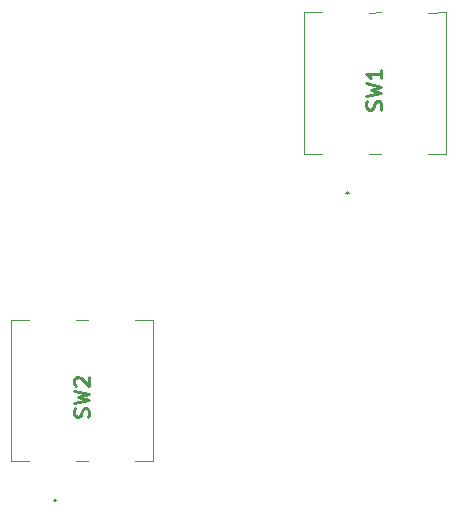
<source format=gbr>
G04 #@! TF.GenerationSoftware,KiCad,Pcbnew,(5.1.5)-3*
G04 #@! TF.CreationDate,2020-03-19T11:30:28+02:00*
G04 #@! TF.ProjectId,RightPanel,52696768-7450-4616-9e65-6c2e6b696361,rev?*
G04 #@! TF.SameCoordinates,Original*
G04 #@! TF.FileFunction,Legend,Top*
G04 #@! TF.FilePolarity,Positive*
%FSLAX46Y46*%
G04 Gerber Fmt 4.6, Leading zero omitted, Abs format (unit mm)*
G04 Created by KiCad (PCBNEW (5.1.5)-3) date 2020-03-19 11:30:28*
%MOMM*%
%LPD*%
G04 APERTURE LIST*
%ADD10C,0.200000*%
%ADD11C,0.100000*%
%ADD12C,0.254000*%
G04 APERTURE END LIST*
D10*
X85300000Y-60175000D02*
G75*
G03X85100000Y-60175000I-100000J0D01*
G01*
X85100000Y-60175000D02*
G75*
G03X85300000Y-60175000I100000J0D01*
G01*
X85100000Y-60175000D02*
X85100000Y-60175000D01*
X85300000Y-60175000D02*
X85300000Y-60175000D01*
D11*
X87000000Y-56875000D02*
X88000000Y-56875000D01*
X87000000Y-44875000D02*
X88000000Y-44865000D01*
X93500000Y-56870000D02*
X92000000Y-56870000D01*
X93500000Y-44865000D02*
X93500000Y-56870000D01*
X92000000Y-44875000D02*
X93500000Y-44865000D01*
X81500000Y-56875000D02*
X83000000Y-56875000D01*
X81500000Y-44865000D02*
X81500000Y-56875000D01*
X83000000Y-44865000D02*
X81500000Y-44865000D01*
D10*
X60550000Y-86175000D02*
G75*
G03X60350000Y-86175000I-100000J0D01*
G01*
X60350000Y-86175000D02*
G75*
G03X60550000Y-86175000I100000J0D01*
G01*
X60350000Y-86175000D02*
X60350000Y-86175000D01*
X60550000Y-86175000D02*
X60550000Y-86175000D01*
D11*
X62250000Y-82875000D02*
X63250000Y-82875000D01*
X62250000Y-70875000D02*
X63250000Y-70865000D01*
X68750000Y-82870000D02*
X67250000Y-82870000D01*
X68750000Y-70865000D02*
X68750000Y-82870000D01*
X67250000Y-70875000D02*
X68750000Y-70865000D01*
X56750000Y-82875000D02*
X58250000Y-82875000D01*
X56750000Y-70865000D02*
X56750000Y-82875000D01*
X58250000Y-70865000D02*
X56750000Y-70865000D01*
D12*
X88014047Y-53118333D02*
X88074523Y-52936904D01*
X88074523Y-52634523D01*
X88014047Y-52513571D01*
X87953571Y-52453095D01*
X87832619Y-52392619D01*
X87711666Y-52392619D01*
X87590714Y-52453095D01*
X87530238Y-52513571D01*
X87469761Y-52634523D01*
X87409285Y-52876428D01*
X87348809Y-52997380D01*
X87288333Y-53057857D01*
X87167380Y-53118333D01*
X87046428Y-53118333D01*
X86925476Y-53057857D01*
X86865000Y-52997380D01*
X86804523Y-52876428D01*
X86804523Y-52574047D01*
X86865000Y-52392619D01*
X86804523Y-51969285D02*
X88074523Y-51666904D01*
X87167380Y-51425000D01*
X88074523Y-51183095D01*
X86804523Y-50880714D01*
X88074523Y-49731666D02*
X88074523Y-50457380D01*
X88074523Y-50094523D02*
X86804523Y-50094523D01*
X86985952Y-50215476D01*
X87106904Y-50336428D01*
X87167380Y-50457380D01*
X63264047Y-79118333D02*
X63324523Y-78936904D01*
X63324523Y-78634523D01*
X63264047Y-78513571D01*
X63203571Y-78453095D01*
X63082619Y-78392619D01*
X62961666Y-78392619D01*
X62840714Y-78453095D01*
X62780238Y-78513571D01*
X62719761Y-78634523D01*
X62659285Y-78876428D01*
X62598809Y-78997380D01*
X62538333Y-79057857D01*
X62417380Y-79118333D01*
X62296428Y-79118333D01*
X62175476Y-79057857D01*
X62115000Y-78997380D01*
X62054523Y-78876428D01*
X62054523Y-78574047D01*
X62115000Y-78392619D01*
X62054523Y-77969285D02*
X63324523Y-77666904D01*
X62417380Y-77425000D01*
X63324523Y-77183095D01*
X62054523Y-76880714D01*
X62175476Y-76457380D02*
X62115000Y-76396904D01*
X62054523Y-76275952D01*
X62054523Y-75973571D01*
X62115000Y-75852619D01*
X62175476Y-75792142D01*
X62296428Y-75731666D01*
X62417380Y-75731666D01*
X62598809Y-75792142D01*
X63324523Y-76517857D01*
X63324523Y-75731666D01*
M02*

</source>
